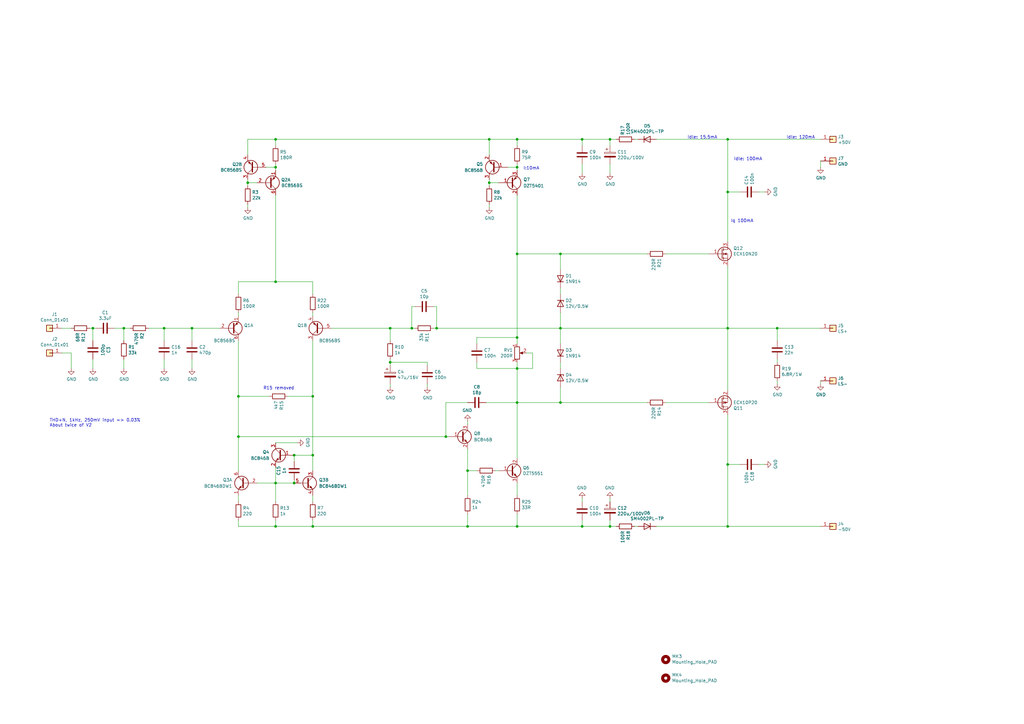
<source format=kicad_sch>
(kicad_sch (version 20211123) (generator eeschema)
  (paper "A3")
  (title_block (title "Lateral MOS FET 80W") (date "2022-02-02") (rev "V4a"))
  (lib_symbols
    (symbol "Connector_Generic:Conn_01x01" (pin_names (offset 1.016) hide)
      (property "Reference" "J" (at 0 2.54 0))
      (property "Value" "Conn_01x01" (at 0 -2.54 0))
      (symbol "Conn_01x01_1_1"
        (rectangle (start -1.27 0.127) (end 0 -0.127) (stroke (width 0.1524)))
        (rectangle (start -1.27 1.27) (end 1.27 -1.27) (stroke (width 0.254)) (fill (type background)))
        (pin passive line (at -5.08 0 0) (length 3.81) (name "Pin_1") (number "1"))
      )
    )
    (symbol "Device:C" (pin_numbers hide) (pin_names (offset 0.254))
      (property "Reference" "C" (at 0.635 2.54 0))
      (property "Value" "C" (at 0.635 -2.54 0))
      (symbol "C_0_1"
        (polyline (pts (xy -2.032 -0.762) (xy 2.032 -0.762)) (stroke (width 0.508)))
        (polyline (pts (xy -2.032 0.762) (xy 2.032 0.762)) (stroke (width 0.508)))
      )
      (symbol "C_1_1"
        (pin passive line (at 0 3.81 270) (length 2.794) (name "~") (number "1"))
        (pin passive line (at 0 -3.81 90) (length 2.794) (name "~") (number "2"))
      )
    )
    (symbol "Device:CP" (pin_numbers hide) (pin_names (offset 0.254))
      (property "Reference" "C" (at 0.635 2.54 0))
      (property "Value" "Device_CP" (at 0.635 -2.54 0))
      (symbol "CP_0_1"
        (rectangle (start -2.286 0.508) (end 2.286 1.016))
        (polyline (pts (xy -1.778 2.286) (xy -0.762 2.286)))
        (polyline (pts (xy -1.27 2.794) (xy -1.27 1.778)))
        (rectangle (start 2.286 -0.508) (end -2.286 -1.016) (fill (type outline)))
      )
      (symbol "CP_1_1"
        (pin passive line (at 0 3.81 270) (length 2.794) (name "~") (number "1"))
        (pin passive line (at 0 -3.81 90) (length 2.794) (name "~") (number "2"))
      )
    )
    (symbol "Device:R" (pin_numbers hide) (pin_names (offset 0))
      (property "Reference" "R" (at 2.032 0 90))
      (property "Value" "R" (at 0 0 90))
      (symbol "R_0_1"
        (rectangle (start -1.016 -2.54) (end 1.016 2.54) (stroke (width 0.254)))
      )
      (symbol "R_1_1"
        (pin passive line (at 0 3.81 270) (length 1.27) (name "~") (number "1"))
        (pin passive line (at 0 -3.81 90) (length 1.27) (name "~") (number "2"))
      )
    )
    (symbol "Device:R_POT" (pin_names (offset 1.016) hide)
      (property "Reference" "RV" (at -4.445 0 90))
      (property "Value" "Device_R_POT" (at -2.54 0 90))
      (symbol "R_POT_0_1"
        (polyline (pts (xy 2.54 0) (xy 1.524 0)))
        (polyline (pts (xy 1.143 0) (xy 2.286 0.508) (xy 2.286 -0.508) (xy 1.143 0)) (fill (type outline)))
        (rectangle (start 1.016 2.54) (end -1.016 -2.54) (stroke (width 0.254)))
      )
      (symbol "R_POT_1_1"
        (pin passive line (at 0 3.81 270) (length 1.27) (name "1") (number "1"))
        (pin passive line (at 3.81 0 180) (length 1.27) (name "2") (number "2"))
        (pin passive line (at 0 -3.81 90) (length 1.27) (name "3") (number "3"))
      )
    )
    (symbol "Diode:1N4002" (pin_numbers hide) (pin_names (offset 1.016) hide)
      (property "Reference" "D" (at 0 2.54 0))
      (property "Value" "1N4002" (at 0 -2.54 0))
      (symbol "1N4002_0_1"
        (polyline (pts (xy -1.27 1.27) (xy -1.27 -1.27)) (stroke (width 0.254)))
        (polyline (pts (xy 1.27 0) (xy -1.27 0)))
        (polyline (pts (xy 1.27 1.27) (xy 1.27 -1.27) (xy -1.27 0) (xy 1.27 1.27)) (stroke (width 0.254)))
      )
      (symbol "1N4002_1_1"
        (pin passive line (at -3.81 0 0) (length 2.54) (name "K") (number "1"))
        (pin passive line (at 3.81 0 180) (length 2.54) (name "A") (number "2"))
      )
    )
    (symbol "Diode:1N4148" (pin_numbers hide) (pin_names (offset 1.016) hide)
      (property "Reference" "D" (at 0 2.54 0))
      (property "Value" "1N4148" (at 0 -2.54 0))
      (symbol "1N4148_0_1"
        (polyline (pts (xy -1.27 1.27) (xy -1.27 -1.27)) (stroke (width 0.254)))
        (polyline (pts (xy 1.27 0) (xy -1.27 0)))
        (polyline (pts (xy 1.27 1.27) (xy 1.27 -1.27) (xy -1.27 0) (xy 1.27 1.27)) (stroke (width 0.254)))
      )
      (symbol "1N4148_1_1"
        (pin passive line (at -3.81 0 0) (length 2.54) (name "K") (number "1"))
        (pin passive line (at 3.81 0 180) (length 2.54) (name "A") (number "2"))
      )
    )
    (symbol "Diode:ZPDxx" (pin_numbers hide) (pin_names (offset 1.016) hide)
      (property "Reference" "D" (at 0 2.54 0))
      (property "Value" "ZPDxx" (at 0 -2.54 0))
      (symbol "ZPDxx_0_1"
        (polyline (pts (xy 1.27 0) (xy -1.27 0)))
        (polyline (pts (xy -1.27 -1.27) (xy -1.27 1.27) (xy -0.762 1.27)) (stroke (width 0.254)))
        (polyline (pts (xy 1.27 -1.27) (xy 1.27 1.27) (xy -1.27 0) (xy 1.27 -1.27)) (stroke (width 0.254)))
      )
      (symbol "ZPDxx_1_1"
        (pin passive line (at -3.81 0 0) (length 2.54) (name "K") (number "1"))
        (pin passive line (at 3.81 0 180) (length 2.54) (name "A") (number "2"))
      )
    )
    (symbol "Mechanical:MountingHole" (pin_names (offset 1.016))
      (property "Reference" "H" (at 0 5.08 0))
      (property "Value" "MountingHole" (at 0 3.175 0))
      (symbol "MountingHole_0_1"
        (circle (center 0 0) (radius 1.27) (stroke (width 1.27)))
      )
    )
    (symbol "Transistor_BJT:BC846" (pin_names (offset 0) hide)
      (property "Reference" "Q" (at 5.08 1.905 0))
      (property "Value" "BC846" (at 5.08 0 0))
      (symbol "BC846_0_1"
        (polyline (pts (xy 0.635 0.635) (xy 2.54 2.54)))
        (polyline (pts (xy 0.635 -0.635) (xy 2.54 -2.54) (xy 2.54 -2.54)))
        (polyline (pts (xy 0.635 1.905) (xy 0.635 -1.905) (xy 0.635 -1.905)) (stroke (width 0.508)))
        (polyline (pts (xy 1.27 -1.778) (xy 1.778 -1.27) (xy 2.286 -2.286) (xy 1.27 -1.778) (xy 1.27 -1.778)) (fill (type outline)))
        (circle (center 1.27 0) (radius 2.8194) (stroke (width 0.254)))
      )
      (symbol "BC846_1_1"
        (pin input line (at -5.08 0 0) (length 5.715) (name "B") (number "1"))
        (pin passive line (at 2.54 -5.08 90) (length 2.54) (name "E") (number "2"))
        (pin passive line (at 2.54 5.08 270) (length 2.54) (name "C") (number "3"))
      )
    )
    (symbol "Transistor_BJT:BC846BDW1" (pin_names (offset 0) hide)
      (property "Reference" "Q" (at 5.08 1.27 0))
      (property "Value" "BC846BDW1" (at 5.08 -1.27 0))
      (symbol "BC846BDW1_0_1"
        (polyline (pts (xy 0.635 0) (xy -2.54 0)))
        (polyline (pts (xy 0.635 0.635) (xy 2.54 2.54)))
        (polyline (pts (xy 0.635 -0.635) (xy 2.54 -2.54) (xy 2.54 -2.54)))
        (polyline (pts (xy 0.635 1.905) (xy 0.635 -1.905) (xy 0.635 -1.905)) (stroke (width 0.508)))
        (polyline (pts (xy 1.27 -1.778) (xy 1.778 -1.27) (xy 2.286 -2.286) (xy 1.27 -1.778) (xy 1.27 -1.778)) (fill (type outline)))
        (circle (center 1.27 0) (radius 2.8194) (stroke (width 0.254)))
      )
      (symbol "BC846BDW1_1_1"
        (pin passive line (at 2.54 -5.08 90) (length 2.54) (name "E1") (number "1"))
        (pin input line (at -5.08 0 0) (length 2.54) (name "B1") (number "2"))
        (pin passive line (at 2.54 5.08 270) (length 2.54) (name "C1") (number "6"))
      )
      (symbol "BC846BDW1_2_1"
        (pin passive line (at 2.54 5.08 270) (length 2.54) (name "C2") (number "3"))
        (pin passive line (at 2.54 -5.08 90) (length 2.54) (name "E2") (number "4"))
        (pin input line (at -5.08 0 0) (length 2.54) (name "B2") (number "5"))
      )
    )
    (symbol "Transistor_BJT:BC856" (pin_names (offset 0) hide)
      (property "Reference" "Q" (at 5.08 1.905 0))
      (property "Value" "BC856" (at 5.08 0 0))
      (symbol "BC856_0_1"
        (polyline (pts (xy 0.635 0.635) (xy 2.54 2.54)))
        (polyline (pts (xy 0.635 -0.635) (xy 2.54 -2.54) (xy 2.54 -2.54)))
        (polyline (pts (xy 0.635 1.905) (xy 0.635 -1.905) (xy 0.635 -1.905)) (stroke (width 0.508)))
        (polyline (pts (xy 2.286 -1.778) (xy 1.778 -2.286) (xy 1.27 -1.27) (xy 2.286 -1.778) (xy 2.286 -1.778)) (fill (type outline)))
        (circle (center 1.27 0) (radius 2.8194) (stroke (width 0.254)))
      )
      (symbol "BC856_1_1"
        (pin input line (at -5.08 0 0) (length 5.715) (name "B") (number "1"))
        (pin passive line (at 2.54 -5.08 90) (length 2.54) (name "E") (number "2"))
        (pin passive line (at 2.54 5.08 270) (length 2.54) (name "C") (number "3"))
      )
    )
    (symbol "Transistor_BJT:BC856BS" (pin_names (offset 0) hide)
      (property "Reference" "Q" (at 5.08 1.27 0))
      (property "Value" "BC856BS" (at 5.08 -1.27 0))
      (symbol "BC856BS_0_1"
        (polyline (pts (xy 0.635 0) (xy -2.54 0)))
        (polyline (pts (xy 0.635 0.635) (xy 2.54 2.54)))
        (polyline (pts (xy 0.635 -0.635) (xy 2.54 -2.54) (xy 2.54 -2.54)))
        (polyline (pts (xy 0.635 1.905) (xy 0.635 -1.905) (xy 0.635 -1.905)) (stroke (width 0.508)))
        (polyline (pts (xy 2.286 -1.778) (xy 1.778 -2.286) (xy 1.27 -1.27) (xy 2.286 -1.778) (xy 2.286 -1.778)) (fill (type outline)))
        (circle (center 1.27 0) (radius 2.8194) (stroke (width 0.254)))
      )
      (symbol "BC856BS_1_1"
        (pin passive line (at 2.54 -5.08 90) (length 2.54) (name "E1") (number "1"))
        (pin input line (at -5.08 0 0) (length 2.54) (name "B1") (number "2"))
        (pin passive line (at 2.54 5.08 270) (length 2.54) (name "C1") (number "6"))
      )
      (symbol "BC856BS_2_1"
        (pin passive line (at 2.54 5.08 270) (length 2.54) (name "C2") (number "3"))
        (pin passive line (at 2.54 -5.08 90) (length 2.54) (name "E2") (number "4"))
        (pin input line (at -5.08 0 0) (length 2.54) (name "B2") (number "5"))
      )
    )
    (symbol "kicad-snk:DZT5401" (pin_names (offset 0) hide)
      (property "Reference" "Q" (at 5.08 1.905 0))
      (property "Value" "DZT5401" (at 5.08 0 0))
      (symbol "DZT5401_0_1"
        (polyline (pts (xy 0.635 0.635) (xy 2.54 2.54)))
        (polyline (pts (xy 0.635 -0.635) (xy 2.54 -2.54) (xy 2.54 -2.54)))
        (polyline (pts (xy 0.635 1.905) (xy 0.635 -1.905) (xy 0.635 -1.905)) (stroke (width 0.508)))
        (polyline (pts (xy 2.286 -1.778) (xy 1.778 -2.286) (xy 1.27 -1.27) (xy 2.286 -1.778) (xy 2.286 -1.778)) (fill (type outline)))
        (circle (center 1.27 0) (radius 2.8194) (stroke (width 0.254)))
      )
      (symbol "DZT5401_1_1"
        (pin input line (at -5.08 0 0) (length 5.715) (name "B") (number "1"))
        (pin passive line (at 2.54 5.08 270) (length 2.54) (name "C") (number "2"))
        (pin passive line (at 2.54 -5.08 90) (length 2.54) (name "E") (number "3"))
      )
    )
    (symbol "kicad-snk:DZT5551" (pin_names (offset 0) hide)
      (property "Reference" "Q" (at 5.08 1.905 0))
      (property "Value" "kicad-snk_DZT5551" (at 5.08 0 0))
      (symbol "DZT5551_0_1"
        (polyline (pts (xy 0.635 0.635) (xy 2.54 2.54)))
        (polyline (pts (xy 0.635 -0.635) (xy 2.54 -2.54) (xy 2.54 -2.54)))
        (polyline (pts (xy 0.635 1.905) (xy 0.635 -1.905) (xy 0.635 -1.905)) (stroke (width 0.508)))
        (polyline (pts (xy 1.27 -1.778) (xy 1.778 -1.27) (xy 2.286 -2.286) (xy 1.27 -1.778) (xy 1.27 -1.778)) (fill (type outline)))
        (circle (center 1.27 0) (radius 2.8194) (stroke (width 0.254)))
      )
      (symbol "DZT5551_1_1"
        (pin input line (at -5.08 0 0) (length 5.715) (name "B") (number "1"))
        (pin passive line (at 2.54 5.08 270) (length 2.54) (name "C") (number "2"))
        (pin passive line (at 2.54 -5.08 90) (length 2.54) (name "E") (number "3"))
      )
    )
    (symbol "kicad-snk:Q_NMOS_GSD" (pin_names (offset 0) hide)
      (property "Reference" "Q" (at 7.62 1.27 0))
      (property "Value" "kicad-snk_Q_NMOS_GSD" (at 16.51 -1.27 0))
      (symbol "Q_NMOS_GSD_0_1"
        (polyline (pts (xy 0.762 -1.778) (xy 2.54 -1.778)))
        (polyline (pts (xy 0.762 -1.27) (xy 0.762 -2.286)) (stroke (width 0.254)))
        (polyline (pts (xy 0.762 0) (xy 2.54 0)))
        (polyline (pts (xy 0.762 0.508) (xy 0.762 -0.508)) (stroke (width 0.254)))
        (polyline (pts (xy 0.762 1.778) (xy 2.54 1.778)))
        (polyline (pts (xy 0.762 2.286) (xy 0.762 1.27)) (stroke (width 0.254)))
        (polyline (pts (xy 2.54 -1.778) (xy 2.54 -2.54)))
        (polyline (pts (xy 2.54 -1.778) (xy 2.54 0)))
        (polyline (pts (xy 2.54 2.54) (xy 2.54 1.778)))
        (polyline (pts (xy 0.254 1.905) (xy 0.254 -1.905) (xy 0.254 -1.905)) (stroke (width 0.254)))
        (polyline (pts (xy 1.016 0) (xy 2.032 0.381) (xy 2.032 -0.381) (xy 1.016 0)) (fill (type outline)))
        (circle (center 1.27 0) (radius 2.8194) (stroke (width 0.254)))
      )
      (symbol "Q_NMOS_GSD_1_1"
        (pin input line (at -5.08 0 0) (length 5.334) (name "G") (number "1"))
        (pin passive line (at 2.54 -5.08 90) (length 2.54) (name "S") (number "2"))
        (pin passive line (at 2.54 5.08 270) (length 2.54) (name "D") (number "3"))
      )
    )
    (symbol "kicad-snk:Q_PMOS_GSD" (pin_names (offset 0) hide)
      (property "Reference" "Q" (at 7.62 1.27 0))
      (property "Value" "kicad-snk_Q_PMOS_GSD" (at 16.51 -1.27 0))
      (symbol "Q_PMOS_GSD_0_1"
        (polyline (pts (xy 0.762 -1.778) (xy 2.54 -1.778)))
        (polyline (pts (xy 0.762 -1.27) (xy 0.762 -2.286)) (stroke (width 0.254)))
        (polyline (pts (xy 0.762 0) (xy 2.54 0)))
        (polyline (pts (xy 0.762 0.508) (xy 0.762 -0.508)) (stroke (width 0.254)))
        (polyline (pts (xy 0.762 1.778) (xy 2.54 1.778)))
        (polyline (pts (xy 0.762 2.286) (xy 0.762 1.27)) (stroke (width 0.254)))
        (polyline (pts (xy 2.54 -1.778) (xy 2.54 -2.54)))
        (polyline (pts (xy 2.54 -1.778) (xy 2.54 0)))
        (polyline (pts (xy 2.54 2.54) (xy 2.54 1.778)))
        (polyline (pts (xy 0.254 1.905) (xy 0.254 -1.905) (xy 0.254 -1.905)) (stroke (width 0.254)))
        (polyline (pts (xy 2.286 0) (xy 1.27 -0.381) (xy 1.27 0.381) (xy 2.286 0)) (fill (type outline)))
        (circle (center 1.27 0) (radius 2.8194) (stroke (width 0.254)))
      )
      (symbol "Q_PMOS_GSD_1_1"
        (pin input line (at -5.08 0 0) (length 5.334) (name "G") (number "1"))
        (pin passive line (at 2.54 -5.08 90) (length 2.54) (name "D") (number "2"))
        (pin passive line (at 2.54 5.08 270) (length 2.54) (name "S") (number "3"))
      )
    )
    (symbol "power:GND" (power) (pin_names (offset 0))
      (property "Value" "GND" (at 0 -3.81 0))
      (symbol "GND_0_1"
        (polyline (pts (xy 0 0) (xy 0 -1.27) (xy 1.27 -1.27) (xy 0 -2.54) (xy -1.27 -1.27) (xy 0 -1.27)))
      )
      (symbol "GND_1_1"
        (pin power_in line (at 0 0 270) (length 0) hide (name "GND") (number "1"))
      )
    )
  )
  (junction (at 229.87 165.1))
  (junction (at 191.77 215.9))
  (junction (at 212.09 68.58))
  (junction (at 229.87 104.14))
  (junction (at 212.09 165.1))
  (junction (at 229.87 134.62))
  (junction (at 78.74 134.62))
  (junction (at 191.77 193.04))
  (junction (at 67.31 134.62))
  (junction (at 318.77 134.62))
  (junction (at 97.79 179.07))
  (junction (at 200.66 74.93))
  (junction (at 113.03 215.9))
  (junction (at 212.09 215.9))
  (junction (at 113.03 115.57))
  (junction (at 200.66 57.15))
  (junction (at 38.1 134.62))
  (junction (at 50.8 134.62))
  (junction (at 212.09 138.43))
  (junction (at 113.03 57.15))
  (junction (at 212.09 151.13))
  (junction (at 128.27 186.69))
  (junction (at 238.76 57.15))
  (junction (at 238.76 215.9))
  (junction (at 298.45 190.5))
  (junction (at 250.19 57.15))
  (junction (at 160.02 134.62))
  (junction (at 97.79 162.56))
  (junction (at 113.03 198.12))
  (junction (at 298.45 57.15))
  (junction (at 128.27 215.9))
  (junction (at 179.07 134.62))
  (junction (at 120.65 198.12))
  (junction (at 168.91 134.62))
  (junction (at 298.45 134.62))
  (junction (at 113.03 68.58))
  (junction (at 212.09 57.15))
  (junction (at 182.88 179.07))
  (junction (at 212.09 104.14))
  (junction (at 101.6 74.93))
  (junction (at 128.27 162.56))
  (junction (at 298.45 215.9))
  (junction (at 160.02 148.59))
  (junction (at 250.19 215.9))
  (junction (at 298.45 78.74))
  (junction (at 120.65 186.69))
  (wire (pts (xy 212.09 68.58) (xy 212.09 69.85)))
  (wire (pts (xy 29.21 144.78) (xy 25.4 144.78)))
  (wire (pts (xy 200.66 73.66) (xy 200.66 74.93)))
  (wire (pts (xy 128.27 115.57) (xy 113.03 115.57)))
  (wire (pts (xy 218.44 151.13) (xy 218.44 144.78)))
  (wire (pts (xy 120.65 186.69) (xy 128.27 186.69)))
  (wire (pts (xy 269.24 215.9) (xy 298.45 215.9)))
  (wire (pts (xy 168.91 125.73) (xy 168.91 134.62)))
  (wire (pts (xy 175.26 148.59) (xy 160.02 148.59)))
  (wire (pts (xy 105.41 198.12) (xy 113.03 198.12)))
  (wire (pts (xy 298.45 215.9) (xy 298.45 190.5)))
  (wire (pts (xy 212.09 165.1) (xy 229.87 165.1)))
  (wire (pts (xy 113.03 57.15) (xy 200.66 57.15)))
  (wire (pts (xy 170.18 125.73) (xy 168.91 125.73)))
  (wire (pts (xy 200.66 57.15) (xy 200.66 63.5)))
  (wire (pts (xy 175.26 149.86) (xy 175.26 148.59)))
  (wire (pts (xy 38.1 134.62) (xy 39.37 134.62)))
  (wire (pts (xy 212.09 57.15) (xy 238.76 57.15)))
  (wire (pts (xy 229.87 110.49) (xy 229.87 104.14)))
  (wire (pts (xy 113.03 198.12) (xy 120.65 198.12)))
  (wire (pts (xy 128.27 186.69) (xy 128.27 193.04)))
  (wire (pts (xy 191.77 184.15) (xy 191.77 193.04)))
  (wire (pts (xy 238.76 57.15) (xy 238.76 59.69)))
  (wire (pts (xy 113.03 115.57) (xy 97.79 115.57)))
  (wire (pts (xy 200.66 57.15) (xy 212.09 57.15)))
  (wire (pts (xy 25.4 134.62) (xy 29.21 134.62)))
  (wire (pts (xy 109.22 68.58) (xy 113.03 68.58)))
  (wire (pts (xy 229.87 128.27) (xy 229.87 134.62)))
  (wire (pts (xy 238.76 67.31) (xy 238.76 71.12)))
  (wire (pts (xy 303.53 78.74) (xy 298.45 78.74)))
  (wire (pts (xy 38.1 147.32) (xy 38.1 151.13)))
  (wire (pts (xy 303.53 190.5) (xy 298.45 190.5)))
  (wire (pts (xy 212.09 215.9) (xy 238.76 215.9)))
  (wire (pts (xy 101.6 74.93) (xy 105.41 74.93)))
  (wire (pts (xy 36.83 134.62) (xy 38.1 134.62)))
  (wire (pts (xy 191.77 172.72) (xy 191.77 173.99)))
  (wire (pts (xy 250.19 57.15) (xy 250.19 59.69)))
  (wire (pts (xy 298.45 99.06) (xy 298.45 78.74)))
  (wire (pts (xy 113.03 181.61) (xy 121.92 181.61)))
  (wire (pts (xy 200.66 74.93) (xy 200.66 76.2)))
  (wire (pts (xy 160.02 148.59) (xy 160.02 147.32)))
  (wire (pts (xy 212.09 151.13) (xy 218.44 151.13)))
  (wire (pts (xy 200.66 74.93) (xy 204.47 74.93)))
  (wire (pts (xy 78.74 134.62) (xy 90.17 134.62)))
  (wire (pts (xy 38.1 134.62) (xy 38.1 139.7)))
  (wire (pts (xy 182.88 179.07) (xy 184.15 179.07)))
  (wire (pts (xy 298.45 109.22) (xy 298.45 134.62)))
  (wire (pts (xy 97.79 139.7) (xy 97.79 162.56)))
  (wire (pts (xy 212.09 138.43) (xy 212.09 140.97)))
  (wire (pts (xy 261.62 57.15) (xy 260.35 57.15)))
  (wire (pts (xy 78.74 139.7) (xy 78.74 134.62)))
  (wire (pts (xy 191.77 215.9) (xy 212.09 215.9)))
  (wire (pts (xy 273.05 165.1) (xy 290.83 165.1)))
  (wire (pts (xy 128.27 215.9) (xy 191.77 215.9)))
  (wire (pts (xy 212.09 203.2) (xy 212.09 198.12)))
  (wire (pts (xy 212.09 151.13) (xy 212.09 165.1)))
  (wire (pts (xy 182.88 165.1) (xy 182.88 179.07)))
  (wire (pts (xy 229.87 158.75) (xy 229.87 165.1)))
  (wire (pts (xy 212.09 57.15) (xy 212.09 59.69)))
  (wire (pts (xy 212.09 165.1) (xy 212.09 187.96)))
  (wire (pts (xy 191.77 165.1) (xy 182.88 165.1)))
  (wire (pts (xy 128.27 139.7) (xy 128.27 162.56)))
  (wire (pts (xy 128.27 128.27) (xy 128.27 129.54)))
  (wire (pts (xy 113.03 213.36) (xy 113.03 215.9)))
  (wire (pts (xy 336.55 66.04) (xy 336.55 68.58)))
  (wire (pts (xy 67.31 134.62) (xy 67.31 139.7)))
  (wire (pts (xy 101.6 73.66) (xy 101.6 74.93)))
  (wire (pts (xy 113.03 57.15) (xy 101.6 57.15)))
  (wire (pts (xy 298.45 78.74) (xy 298.45 57.15)))
  (wire (pts (xy 101.6 57.15) (xy 101.6 63.5)))
  (wire (pts (xy 208.28 68.58) (xy 212.09 68.58)))
  (wire (pts (xy 200.66 83.82) (xy 200.66 85.09)))
  (wire (pts (xy 298.45 170.18) (xy 298.45 190.5)))
  (wire (pts (xy 229.87 104.14) (xy 265.43 104.14)))
  (wire (pts (xy 318.77 139.7) (xy 318.77 134.62)))
  (wire (pts (xy 78.74 151.13) (xy 78.74 147.32)))
  (wire (pts (xy 50.8 151.13) (xy 50.8 147.32)))
  (wire (pts (xy 128.27 203.2) (xy 128.27 205.74)))
  (wire (pts (xy 318.77 157.48) (xy 318.77 156.21)))
  (wire (pts (xy 97.79 128.27) (xy 97.79 129.54)))
  (wire (pts (xy 212.09 215.9) (xy 212.09 210.82)))
  (wire (pts (xy 195.58 140.97) (xy 195.58 138.43)))
  (wire (pts (xy 97.79 162.56) (xy 110.49 162.56)))
  (wire (pts (xy 67.31 134.62) (xy 78.74 134.62)))
  (wire (pts (xy 273.05 104.14) (xy 290.83 104.14)))
  (wire (pts (xy 313.69 78.74) (xy 311.15 78.74)))
  (wire (pts (xy 113.03 191.77) (xy 113.03 198.12)))
  (wire (pts (xy 97.79 213.36) (xy 97.79 215.9)))
  (wire (pts (xy 250.19 215.9) (xy 238.76 215.9)))
  (wire (pts (xy 179.07 134.62) (xy 179.07 125.73)))
  (wire (pts (xy 269.24 57.15) (xy 298.45 57.15)))
  (wire (pts (xy 250.19 213.36) (xy 250.19 215.9)))
  (wire (pts (xy 113.03 57.15) (xy 113.03 59.69)))
  (wire (pts (xy 160.02 134.62) (xy 160.02 139.7)))
  (wire (pts (xy 318.77 148.59) (xy 318.77 147.32)))
  (wire (pts (xy 212.09 148.59) (xy 212.09 151.13)))
  (wire (pts (xy 101.6 83.82) (xy 101.6 85.09)))
  (wire (pts (xy 160.02 149.86) (xy 160.02 148.59)))
  (wire (pts (xy 175.26 158.75) (xy 175.26 157.48)))
  (wire (pts (xy 298.45 57.15) (xy 336.55 57.15)))
  (wire (pts (xy 50.8 139.7) (xy 50.8 134.62)))
  (wire (pts (xy 128.27 115.57) (xy 128.27 120.65)))
  (wire (pts (xy 336.55 134.62) (xy 318.77 134.62)))
  (wire (pts (xy 203.2 193.04) (xy 204.47 193.04)))
  (wire (pts (xy 252.73 57.15) (xy 250.19 57.15)))
  (wire (pts (xy 191.77 193.04) (xy 195.58 193.04)))
  (wire (pts (xy 195.58 148.59) (xy 195.58 151.13)))
  (wire (pts (xy 199.39 165.1) (xy 212.09 165.1)))
  (wire (pts (xy 179.07 134.62) (xy 229.87 134.62)))
  (wire (pts (xy 128.27 213.36) (xy 128.27 215.9)))
  (wire (pts (xy 250.19 67.31) (xy 250.19 71.12)))
  (wire (pts (xy 97.79 115.57) (xy 97.79 120.65)))
  (wire (pts (xy 318.77 134.62) (xy 298.45 134.62)))
  (wire (pts (xy 46.99 134.62) (xy 50.8 134.62)))
  (wire (pts (xy 113.03 215.9) (xy 128.27 215.9)))
  (wire (pts (xy 229.87 151.13) (xy 229.87 148.59)))
  (wire (pts (xy 212.09 67.31) (xy 212.09 68.58)))
  (wire (pts (xy 67.31 147.32) (xy 67.31 151.13)))
  (wire (pts (xy 97.79 203.2) (xy 97.79 205.74)))
  (wire (pts (xy 113.03 198.12) (xy 113.03 205.74)))
  (wire (pts (xy 238.76 205.74) (xy 238.76 204.47)))
  (wire (pts (xy 191.77 210.82) (xy 191.77 215.9)))
  (wire (pts (xy 120.65 196.85) (xy 120.65 198.12)))
  (wire (pts (xy 160.02 158.75) (xy 160.02 157.48)))
  (wire (pts (xy 60.96 134.62) (xy 67.31 134.62)))
  (wire (pts (xy 313.69 190.5) (xy 311.15 190.5)))
  (wire (pts (xy 195.58 151.13) (xy 212.09 151.13)))
  (wire (pts (xy 113.03 67.31) (xy 113.03 68.58)))
  (wire (pts (xy 113.03 80.01) (xy 113.03 115.57)))
  (wire (pts (xy 118.11 162.56) (xy 128.27 162.56)))
  (wire (pts (xy 215.9 144.78) (xy 218.44 144.78)))
  (wire (pts (xy 212.09 80.01) (xy 212.09 104.14)))
  (wire (pts (xy 212.09 138.43) (xy 212.09 104.14)))
  (wire (pts (xy 128.27 162.56) (xy 128.27 186.69)))
  (wire (pts (xy 229.87 165.1) (xy 265.43 165.1)))
  (wire (pts (xy 261.62 215.9) (xy 260.35 215.9)))
  (wire (pts (xy 298.45 215.9) (xy 336.55 215.9)))
  (wire (pts (xy 97.79 215.9) (xy 113.03 215.9)))
  (wire (pts (xy 250.19 204.47) (xy 250.19 205.74)))
  (wire (pts (xy 97.79 179.07) (xy 97.79 193.04)))
  (wire (pts (xy 212.09 104.14) (xy 229.87 104.14)))
  (wire (pts (xy 120.65 186.69) (xy 120.65 189.23)))
  (wire (pts (xy 229.87 140.97) (xy 229.87 134.62)))
  (wire (pts (xy 53.34 134.62) (xy 50.8 134.62)))
  (wire (pts (xy 29.21 151.13) (xy 29.21 144.78)))
  (wire (pts (xy 168.91 134.62) (xy 160.02 134.62)))
  (wire (pts (xy 177.8 134.62) (xy 179.07 134.62)))
  (wire (pts (xy 97.79 162.56) (xy 97.79 179.07)))
  (wire (pts (xy 170.18 134.62) (xy 168.91 134.62)))
  (wire (pts (xy 179.07 125.73) (xy 177.8 125.73)))
  (wire (pts (xy 135.89 134.62) (xy 160.02 134.62)))
  (wire (pts (xy 101.6 74.93) (xy 101.6 76.2)))
  (wire (pts (xy 195.58 138.43) (xy 212.09 138.43)))
  (wire (pts (xy 113.03 68.58) (xy 113.03 69.85)))
  (wire (pts (xy 238.76 213.36) (xy 238.76 215.9)))
  (wire (pts (xy 229.87 134.62) (xy 298.45 134.62)))
  (wire (pts (xy 191.77 193.04) (xy 191.77 203.2)))
  (wire (pts (xy 229.87 120.65) (xy 229.87 118.11)))
  (wire (pts (xy 250.19 57.15) (xy 238.76 57.15)))
  (wire (pts (xy 252.73 215.9) (xy 250.19 215.9)))
  (wire (pts (xy 298.45 134.62) (xy 298.45 160.02)))
  (wire (pts (xy 336.55 157.48) (xy 336.55 156.21)))
  (wire (pts (xy 97.79 179.07) (xy 182.88 179.07)))
  (text "THD+N, 1kHz, 250mV input => 0.03%\nAbout twice of V2" (at 20.32 175.26 0) (effects (font (size 1.27 1.27)) (justify left bottom)))
  (text "Idle: 100mA" (at 300.99 66.04 0) (effects (font (size 1.27 1.27)) (justify left bottom)))
  (text "Iq 100mA" (at 299.72 91.44 0) (effects (font (size 1.27 1.27)) (justify left bottom)))
  (text "Idle: 15.5mA" (at 281.94 57.15 0) (effects (font (size 1.27 1.27)) (justify left bottom)))
  (text "Idle: 120mA" (at 322.58 57.15 0) (effects (font (size 1.27 1.27)) (justify left bottom)))
  (text "R15 removed" (at 107.95 160.02 0) (effects (font (size 1.27 1.27)) (justify left bottom)))
  (text "I:10mA" (at 214.63 69.85 0) (effects (font (size 1.27 1.27)) (justify left bottom)))
  (symbol (lib_id "Device:R") (at 57.15 134.62 270) (unit 1)
    (property "Reference" "R2" (at 58.3184 136.398 0) (effects (justify left)))
    (property "Value" "470R" (at 56.007 136.398 0) (effects (justify left)))
    (property "Footprint" "Resistor_SMD:R_0805_2012Metric_Pad1.20x1.40mm_HandSolder" (effects hide))
  )
  (symbol (lib_id "Device:C") (at 78.74 143.51 0) (unit 1)
    (property "Reference" "C2" (at 81.661 142.3416 0) (effects (justify left)))
    (property "Value" "470p" (at 81.661 144.653 0) (effects (justify left)))
    (property "Footprint" "Capacitor_SMD:C_0805_2012Metric_Pad1.18x1.45mm_HandSolder" (effects hide))
  )
  (symbol (lib_id "Device:C") (at 43.18 134.62 270) (unit 1)
    (property "Reference" "C1" (at 43.18 128.2192 90))
    (property "Value" "3.3uF" (at 43.18 130.5306 90))
    (property "Footprint" "Capacitor_THT:C_Rect_L7.2mm_W7.2mm_P5.00mm_FKS2_FKP2_MKS2_MKP2" (effects hide))
  )
  (symbol (lib_id "power:GND") (at 50.8 151.13 0) (unit 1)
    (property "Reference" "#PWR0101" (effects hide))
    (property "Value" "GND" (at 50.927 155.5242 0))
  )
  (symbol (lib_id "Device:R") (at 50.8 143.51 0) (unit 1)
    (property "Reference" "R1" (at 52.578 142.3416 0) (effects (justify left)))
    (property "Value" "33k" (at 52.578 144.653 0) (effects (justify left)))
    (property "Footprint" "Resistor_SMD:R_0805_2012Metric_Pad1.20x1.40mm_HandSolder" (effects hide))
  )
  (symbol (lib_id "power:GND") (at 29.21 151.13 0) (unit 1)
    (property "Reference" "#PWR0102" (effects hide))
    (property "Value" "GND" (at 29.337 155.5242 0))
  )
  (symbol (lib_id "Connector_Generic:Conn_01x01") (at 20.32 134.62 180) (unit 1)
    (property "Reference" "J1" (at 22.4028 128.905 0))
    (property "Value" "Conn_01x01" (at 22.4028 131.2164 0))
    (property "Footprint" "Connector_Pin:Pin_D1.0mm_L10.0mm" (effects hide))
  )
  (symbol (lib_id "Connector_Generic:Conn_01x01") (at 20.32 144.78 180) (unit 1)
    (property "Reference" "J2" (at 22.4028 139.065 0))
    (property "Value" "Conn_01x01" (at 22.4028 141.3764 0))
    (property "Footprint" "Connector_Pin:Pin_D1.0mm_L10.0mm" (effects hide))
  )
  (symbol (lib_id "Device:R") (at 97.79 124.46 0) (unit 1)
    (property "Reference" "R6" (at 99.568 123.2916 0) (effects (justify left)))
    (property "Value" "100R" (at 99.568 125.603 0) (effects (justify left)))
    (property "Footprint" "Resistor_SMD:R_0805_2012Metric_Pad1.20x1.40mm_HandSolder" (effects hide))
  )
  (symbol (lib_id "Device:R") (at 101.6 80.01 0) (unit 1)
    (property "Reference" "R3" (at 103.378 78.8416 0) (effects (justify left)))
    (property "Value" "22k" (at 103.378 81.153 0) (effects (justify left)))
    (property "Footprint" "Resistor_SMD:R_0805_2012Metric_Pad1.20x1.40mm_HandSolder" (effects hide))
  )
  (symbol (lib_id "power:GND") (at 101.6 85.09 0) (unit 1)
    (property "Reference" "#PWR0103" (effects hide))
    (property "Value" "GND" (at 101.727 89.4842 0))
  )
  (symbol (lib_id "Device:R") (at 113.03 63.5 0) (unit 1)
    (property "Reference" "R5" (at 114.808 62.3316 0) (effects (justify left)))
    (property "Value" "180R" (at 114.808 64.643 0) (effects (justify left)))
    (property "Footprint" "Resistor_SMD:R_0805_2012Metric_Pad1.20x1.40mm_HandSolder" (effects hide))
  )
  (symbol (lib_id "Device:CP") (at 160.02 153.67 0) (unit 1)
    (property "Reference" "C4" (at 163.0172 152.5016 0) (effects (justify left)))
    (property "Value" "47u/16V" (at 163.0172 154.813 0) (effects (justify left)))
    (property "Footprint" "Capacitor_THT:CP_Radial_D5.0mm_P2.00mm" (effects hide))
  )
  (symbol (lib_id "Device:C") (at 175.26 153.67 0) (unit 1)
    (property "Reference" "C6" (at 178.181 152.5016 0) (effects (justify left)))
    (property "Value" "100n" (at 178.181 154.813 0) (effects (justify left)))
    (property "Footprint" "Capacitor_THT:C_Rect_L7.2mm_W2.5mm_P5.00mm_FKS2_FKP2_MKS2_MKP2" (effects hide))
  )
  (symbol (lib_id "Device:R") (at 160.02 143.51 0) (unit 1)
    (property "Reference" "R10" (at 161.798 142.3416 0) (effects (justify left)))
    (property "Value" "1k" (at 161.798 144.653 0) (effects (justify left)))
    (property "Footprint" "Resistor_SMD:R_0805_2012Metric_Pad1.20x1.40mm_HandSolder" (effects hide))
  )
  (symbol (lib_id "Device:R") (at 128.27 209.55 0) (unit 1)
    (property "Reference" "R7" (at 130.048 208.3816 0) (effects (justify left)))
    (property "Value" "220" (at 130.048 210.693 0) (effects (justify left)))
    (property "Footprint" "Resistor_SMD:R_0805_2012Metric_Pad1.20x1.40mm_HandSolder" (effects hide))
  )
  (symbol (lib_id "Device:R") (at 97.79 209.55 0) (unit 1)
    (property "Reference" "R4" (at 99.568 208.3816 0) (effects (justify left)))
    (property "Value" "220" (at 99.568 210.693 0) (effects (justify left)))
    (property "Footprint" "Resistor_SMD:R_0805_2012Metric_Pad1.20x1.40mm_HandSolder" (effects hide))
  )
  (symbol (lib_id "power:GND") (at 78.74 151.13 0) (unit 1)
    (property "Reference" "#PWR0104" (effects hide))
    (property "Value" "GND" (at 78.867 155.5242 0))
  )
  (symbol (lib_id "Device:R") (at 173.99 134.62 270) (unit 1)
    (property "Reference" "R11" (at 175.1584 136.398 0) (effects (justify left)))
    (property "Value" "33k" (at 172.847 136.398 0) (effects (justify left)))
    (property "Footprint" "Resistor_SMD:R_0805_2012Metric_Pad1.20x1.40mm_HandSolder" (effects hide))
  )
  (symbol (lib_id "Device:C") (at 173.99 125.73 270) (unit 1)
    (property "Reference" "C5" (at 173.99 119.3292 90))
    (property "Value" "10p" (at 173.99 121.6406 90))
    (property "Footprint" "Capacitor_SMD:C_0805_2012Metric_Pad1.18x1.45mm_HandSolder" (effects hide))
  )
  (symbol (lib_id "Connector_Generic:Conn_01x01") (at 341.63 57.15 0) (unit 1)
    (property "Reference" "J3" (at 343.662 56.0832 0) (effects (justify left)))
    (property "Value" "+50V" (at 343.662 58.3946 0) (effects (justify left)))
    (property "Footprint" "Connector_Wire:SolderWire-1.5sqmm_1x01_D1.7mm_OD3.9mm" (effects hide))
  )
  (symbol (lib_id "Connector_Generic:Conn_01x01") (at 341.63 215.9 0) (unit 1)
    (property "Reference" "J4" (at 343.662 214.8332 0) (effects (justify left)))
    (property "Value" "-50V" (at 343.662 217.1446 0) (effects (justify left)))
    (property "Footprint" "Connector_Wire:SolderWire-1.5sqmm_1x01_D1.7mm_OD3.9mm" (effects hide))
  )
  (symbol (lib_id "power:GND") (at 318.77 157.48 0) (unit 1)
    (property "Reference" "#PWR0109" (effects hide))
    (property "Value" "GND" (at 318.897 161.8742 0))
  )
  (symbol (lib_id "Connector_Generic:Conn_01x01") (at 341.63 156.21 0) (unit 1)
    (property "Reference" "J6" (at 343.662 155.1432 0) (effects (justify left)))
    (property "Value" "LS-" (at 343.662 157.4546 0) (effects (justify left)))
    (property "Footprint" "Connector_Wire:SolderWire-1.5sqmm_1x01_D1.7mm_OD3.9mm" (effects hide))
  )
  (symbol (lib_id "Connector_Generic:Conn_01x01") (at 341.63 134.62 0) (unit 1)
    (property "Reference" "J5" (at 343.662 133.5532 0) (effects (justify left)))
    (property "Value" "LS+" (at 343.662 135.8646 0) (effects (justify left)))
    (property "Footprint" "Connector_Wire:SolderWire-1.5sqmm_1x01_D1.7mm_OD3.9mm" (effects hide))
  )
  (symbol (lib_id "power:GND") (at 336.55 157.48 0) (unit 1)
    (property "Reference" "#PWR0110" (effects hide))
    (property "Value" "GND" (at 336.677 161.8742 0))
  )
  (symbol (lib_id "Device:R_POT") (at 212.09 144.78 0) (unit 1)
    (property "Reference" "RV1" (at 210.3374 143.6116 0) (effects (justify right)))
    (property "Value" "200R" (at 210.3374 145.923 0) (effects (justify right)))
    (property "Footprint" "Potentiometer_THT:Potentiometer_Bourns_3296W_Vertical" (effects hide))
  )
  (symbol (lib_id "Device:C") (at 195.58 144.78 180) (unit 1)
    (property "Reference" "C7" (at 198.501 143.6116 0) (effects (justify right)))
    (property "Value" "100n" (at 198.501 145.923 0) (effects (justify right)))
    (property "Footprint" "Capacitor_THT:C_Rect_L7.2mm_W2.5mm_P5.00mm_FKS2_FKP2_MKS2_MKP2" (effects hide))
  )
  (symbol (lib_id "Diode:1N4148") (at 229.87 114.3 90) (unit 1)
    (property "Reference" "D1" (at 231.902 113.1316 90) (effects (justify right)))
    (property "Value" "1N914" (at 231.902 115.443 90) (effects (justify right)))
    (property "Footprint" "Diode_SMD:D_SOD-123" (effects hide))
    (property "Datasheet" "https://assets.nexperia.com/documents/data-sheet/1N4148_1N4448.pdf" (effects hide))
  )
  (symbol (lib_id "Diode:ZPDxx") (at 229.87 124.46 270) (unit 1)
    (property "Reference" "D2" (at 231.902 123.2916 90) (effects (justify left)))
    (property "Value" "12V/0.5W" (at 231.902 125.603 90) (effects (justify left)))
    (property "Footprint" "Diode_SMD:D_SOD-123" (effects hide))
    (property "Datasheet" "http://diotec.com/tl_files/diotec/files/pdf/datasheets/zpd1" (effects hide))
  )
  (symbol (lib_id "Diode:1N4148") (at 229.87 144.78 90) (unit 1)
    (property "Reference" "D3" (at 231.902 143.6116 90) (effects (justify right)))
    (property "Value" "1N914" (at 231.902 145.923 90) (effects (justify right)))
    (property "Footprint" "Diode_SMD:D_SOD-123" (effects hide))
    (property "Datasheet" "https://assets.nexperia.com/documents/data-sheet/1N4148_1N4448.pdf" (effects hide))
  )
  (symbol (lib_id "Diode:ZPDxx") (at 229.87 154.94 270) (unit 1)
    (property "Reference" "D4" (at 231.902 153.7716 90) (effects (justify left)))
    (property "Value" "12V/0.5W" (at 231.902 156.083 90) (effects (justify left)))
    (property "Footprint" "Diode_SMD:D_SOD-123" (effects hide))
    (property "Datasheet" "http://diotec.com/tl_files/diotec/files/pdf/datasheets/zpd1" (effects hide))
  )
  (symbol (lib_id "Device:R") (at 269.24 165.1 270) (unit 1)
    (property "Reference" "R14" (at 270.4084 166.878 0) (effects (justify left)))
    (property "Value" "220R" (at 268.097 166.878 0) (effects (justify left)))
    (property "Footprint" "Resistor_SMD:R_0805_2012Metric_Pad1.20x1.40mm_HandSolder" (effects hide))
  )
  (symbol (lib_id "kicad-snk:Q_PMOS_GSD") (at 295.91 165.1 0) (mirror x) (unit 1)
    (property "Reference" "Q11" (at 300.7614 167.4114 0) (effects (justify left)))
    (property "Value" "ECX10P20" (at 300.7614 165.1 0) (effects (justify left)))
    (property "Footprint" "Package_TO_SOT_THT:TO-247-3_Horizontal_TabUp" (effects hide))
  )
  (symbol (lib_id "Connector_Generic:Conn_01x01") (at 341.63 66.04 0) (unit 1)
    (property "Reference" "J7" (at 343.662 64.9732 0) (effects (justify left)))
    (property "Value" "GND" (at 343.662 67.2846 0) (effects (justify left)))
    (property "Footprint" "Connector_Wire:SolderWire-1.5sqmm_1x01_D1.7mm_OD3.9mm" (effects hide))
  )
  (symbol (lib_id "Device:R") (at 318.77 152.4 0) (unit 1)
    (property "Reference" "R19" (at 320.548 151.2316 0) (effects (justify left)))
    (property "Value" "6.8R/1W" (at 320.548 153.543 0) (effects (justify left)))
    (property "Footprint" "Resistor_SMD:R_MELF_MMB-0207" (effects hide))
  )
  (symbol (lib_id "power:GND") (at 336.55 68.58 0) (unit 1)
    (property "Reference" "#PWR0111" (effects hide))
    (property "Value" "GND" (at 336.677 72.9742 0))
  )
  (symbol (lib_id "Device:C") (at 318.77 143.51 0) (unit 1)
    (property "Reference" "C13" (at 321.691 142.3416 0) (effects (justify left)))
    (property "Value" "22n" (at 321.691 144.653 0) (effects (justify left)))
    (property "Footprint" "Capacitor_THT:C_Rect_L7.2mm_W2.5mm_P5.00mm_FKS2_FKP2_MKS2_MKP2" (effects hide))
  )
  (symbol (lib_id "Device:CP") (at 250.19 63.5 0) (unit 1)
    (property "Reference" "C11" (at 253.1872 62.3316 0) (effects (justify left)))
    (property "Value" "220u/100V" (at 253.1872 64.643 0) (effects (justify left)))
    (property "Footprint" "Capacitor_THT:CP_Radial_D12.5mm_P5.00mm" (effects hide))
  )
  (symbol (lib_id "Device:C") (at 238.76 63.5 0) (unit 1)
    (property "Reference" "C9" (at 241.681 62.3316 0) (effects (justify left)))
    (property "Value" "100n" (at 241.681 64.643 0) (effects (justify left)))
    (property "Footprint" "Capacitor_THT:C_Rect_L7.2mm_W2.5mm_P5.00mm_FKS2_FKP2_MKS2_MKP2" (effects hide))
  )
  (symbol (lib_id "Diode:1N4002") (at 265.43 57.15 0) (unit 1)
    (property "Reference" "D5" (at 265.43 51.6382 0))
    (property "Value" "SM4002PL-TP" (at 265.43 53.9496 0))
    (property "Footprint" "Diode_SMD:D_SOD-123F" (effects hide))
    (property "Datasheet" "http://www.vishay.com/docs/88503/1n4001.pdf" (effects hide))
  )
  (symbol (lib_id "Device:R") (at 256.54 57.15 90) (unit 1)
    (property "Reference" "R17" (at 255.3716 55.372 0) (effects (justify left)))
    (property "Value" "100R" (at 257.683 55.372 0) (effects (justify left)))
    (property "Footprint" "Resistor_SMD:R_0805_2012Metric_Pad1.20x1.40mm_HandSolder" (effects hide))
  )
  (symbol (lib_id "Device:CP") (at 250.19 209.55 0) (unit 1)
    (property "Reference" "C12" (at 253.1872 208.3816 0) (effects (justify left)))
    (property "Value" "220u/100V" (at 253.1872 210.693 0) (effects (justify left)))
    (property "Footprint" "Capacitor_THT:CP_Radial_D12.5mm_P5.00mm" (effects hide))
  )
  (symbol (lib_id "Device:C") (at 238.76 209.55 0) (unit 1)
    (property "Reference" "C10" (at 241.681 208.3816 0) (effects (justify left)))
    (property "Value" "100n" (at 241.681 210.693 0) (effects (justify left)))
    (property "Footprint" "Capacitor_THT:C_Rect_L7.2mm_W2.5mm_P5.00mm_FKS2_FKP2_MKS2_MKP2" (effects hide))
  )
  (symbol (lib_id "Mechanical:MountingHole") (at 273.05 270.51 0) (unit 1)
    (property "Reference" "MK3" (at 275.59 269.2146 0) (effects (justify left)))
    (property "Value" "Mounting_Hole_PAD" (at 275.59 271.526 0) (effects (justify left)))
    (property "Footprint" "MountingHole:MountingHole_3.2mm_M3_Pad_Via" (effects hide))
  )
  (symbol (lib_id "Mechanical:MountingHole") (at 273.05 278.13 0) (unit 1)
    (property "Reference" "MK4" (at 275.59 276.8346 0) (effects (justify left)))
    (property "Value" "Mounting_Hole_PAD" (at 275.59 279.146 0) (effects (justify left)))
    (property "Footprint" "MountingHole:MountingHole_3.2mm_M3_Pad_Via" (effects hide))
  )
  (symbol (lib_id "Device:R") (at 256.54 215.9 270) (unit 1)
    (property "Reference" "R18" (at 257.7084 217.678 0) (effects (justify left)))
    (property "Value" "100R" (at 255.397 217.678 0) (effects (justify left)))
    (property "Footprint" "Resistor_SMD:R_0805_2012Metric_Pad1.20x1.40mm_HandSolder" (effects hide))
  )
  (symbol (lib_id "Diode:1N4002") (at 265.43 215.9 180) (unit 1)
    (property "Reference" "D6" (at 265.43 210.3882 0))
    (property "Value" "SM4002PL-TP" (at 265.43 212.6996 0))
    (property "Footprint" "Diode_SMD:D_SOD-123F" (effects hide))
    (property "Datasheet" "http://www.vishay.com/docs/88503/1n4001.pdf" (effects hide))
  )
  (symbol (lib_id "power:GND") (at 238.76 71.12 0) (unit 1)
    (property "Reference" "#PWR0112" (effects hide))
    (property "Value" "GND" (at 238.887 75.5142 0))
  )
  (symbol (lib_id "power:GND") (at 250.19 71.12 0) (unit 1)
    (property "Reference" "#PWR0113" (effects hide))
    (property "Value" "GND" (at 250.317 75.5142 0))
  )
  (symbol (lib_id "Device:R") (at 269.24 104.14 270) (unit 1)
    (property "Reference" "R21" (at 270.4084 105.918 0) (effects (justify left)))
    (property "Value" "220R" (at 268.097 105.918 0) (effects (justify left)))
    (property "Footprint" "Resistor_SMD:R_0805_2012Metric_Pad1.20x1.40mm_HandSolder" (effects hide))
  )
  (symbol (lib_id "kicad-snk:Q_NMOS_GSD") (at 295.91 104.14 0) (unit 1)
    (property "Reference" "Q12" (at 300.7614 101.8286 0) (effects (justify left)))
    (property "Value" "ECX10N20" (at 300.7614 104.14 0) (effects (justify left)))
    (property "Footprint" "Package_TO_SOT_THT:TO-247-3_Horizontal_TabUp" (effects hide))
  )
  (symbol (lib_id "power:GND") (at 160.02 158.75 0) (unit 1)
    (property "Reference" "#PWR0105" (effects hide))
    (property "Value" "GND" (at 160.147 163.1442 0))
  )
  (symbol (lib_id "power:GND") (at 175.26 158.75 0) (unit 1)
    (property "Reference" "#PWR0106" (effects hide))
    (property "Value" "GND" (at 175.387 163.1442 0))
  )
  (symbol (lib_id "Device:C") (at 307.34 190.5 270) (unit 1)
    (property "Reference" "C18" (at 308.5084 193.421 0) (effects (justify left)))
    (property "Value" "100n" (at 306.197 193.421 0) (effects (justify left)))
    (property "Footprint" "Capacitor_THT:C_Rect_L7.2mm_W2.5mm_P5.00mm_FKS2_FKP2_MKS2_MKP2" (effects hide))
  )
  (symbol (lib_id "Device:C") (at 307.34 78.74 90) (unit 1)
    (property "Reference" "C14" (at 306.1716 75.819 0) (effects (justify left)))
    (property "Value" "100n" (at 308.483 75.819 0) (effects (justify left)))
    (property "Footprint" "Capacitor_THT:C_Rect_L7.2mm_W2.5mm_P5.00mm_FKS2_FKP2_MKS2_MKP2" (effects hide))
  )
  (symbol (lib_id "power:GND") (at 313.69 190.5 90) (unit 1)
    (property "Reference" "#PWR0114" (effects hide))
    (property "Value" "GND" (at 318.0842 190.373 0))
  )
  (symbol (lib_id "power:GND") (at 313.69 78.74 90) (unit 1)
    (property "Reference" "#PWR0115" (effects hide))
    (property "Value" "GND" (at 318.0842 78.613 0))
  )
  (symbol (lib_id "power:GND") (at 238.76 204.47 180) (unit 1)
    (property "Reference" "#PWR0107" (effects hide))
    (property "Value" "GND" (at 238.633 200.0758 0))
  )
  (symbol (lib_id "power:GND") (at 250.19 204.47 180) (unit 1)
    (property "Reference" "#PWR0108" (effects hide))
    (property "Value" "GND" (at 250.063 200.0758 0))
  )
  (symbol (lib_id "Transistor_BJT:BC856BS") (at 95.25 134.62 0) (mirror x) (unit 1)
    (property "Reference" "Q1" (at 100.076 133.4516 0) (effects (justify left)))
    (property "Value" "BC856BS" (at 87.63 139.7 0) (effects (justify left)))
    (property "Footprint" "Package_TO_SOT_SMD:SOT-363_SC-70-6" (effects hide))
    (property "Datasheet" "https://assets.nexperia.com/documents/data-sheet/BC856BS.pdf" (effects hide))
  )
  (symbol (lib_id "Transistor_BJT:BC856BS") (at 130.81 134.62 180) (unit 2)
    (property "Reference" "Q1" (at 125.9586 133.4516 0) (effects (justify left)))
    (property "Value" "BC856BS" (at 139.7 139.7 0) (effects (justify left)))
    (property "Footprint" "Package_TO_SOT_SMD:SOT-363_SC-70-6" (effects hide))
    (property "Datasheet" "https://assets.nexperia.com/documents/data-sheet/BC856BS.pdf" (effects hide))
  )
  (symbol (lib_id "Transistor_BJT:BC856BS") (at 110.49 74.93 0) (mirror x) (unit 1)
    (property "Reference" "Q2" (at 115.316 73.7616 0) (effects (justify left)))
    (property "Value" "BC856BS" (at 115.316 76.073 0) (effects (justify left)))
    (property "Footprint" "Package_TO_SOT_SMD:SOT-363_SC-70-6" (effects hide))
    (property "Datasheet" "https://assets.nexperia.com/documents/data-sheet/BC856BS.pdf" (effects hide))
  )
  (symbol (lib_id "Transistor_BJT:BC856BS") (at 104.14 68.58 180) (unit 2)
    (property "Reference" "Q2" (at 99.2886 67.4116 0) (effects (justify left)))
    (property "Value" "BC856BS" (at 99.2886 69.723 0) (effects (justify left)))
    (property "Footprint" "Package_TO_SOT_SMD:SOT-363_SC-70-6" (effects hide))
    (property "Datasheet" "https://assets.nexperia.com/documents/data-sheet/BC856BS.pdf" (effects hide))
  )
  (symbol (lib_id "kicad-snk:DZT5551") (at 209.55 193.04 0) (unit 1)
    (property "Reference" "Q6" (at 214.4014 191.8716 0) (effects (justify left)))
    (property "Value" "DZT5551" (at 214.4014 194.183 0) (effects (justify left)))
    (property "Footprint" "Package_TO_SOT_SMD:SOT-223-3_TabPin2" (effects hide))
    (property "Datasheet" "https://www.diodes.com/assets/Datasheets/ds31219.pdf" (effects hide))
  )
  (symbol (lib_id "Device:C") (at 195.58 165.1 270) (unit 1)
    (property "Reference" "C8" (at 195.58 158.6992 90))
    (property "Value" "18p" (at 195.58 161.0106 90))
    (property "Footprint" "Capacitor_SMD:C_0805_2012Metric_Pad1.18x1.45mm_HandSolder" (effects hide))
  )
  (symbol (lib_id "Device:R") (at 212.09 207.01 0) (unit 1)
    (property "Reference" "R25" (at 213.868 205.8416 0) (effects (justify left)))
    (property "Value" "33R" (at 213.868 208.153 0) (effects (justify left)))
    (property "Footprint" "Resistor_SMD:R_0805_2012Metric_Pad1.20x1.40mm_HandSolder" (effects hide))
  )
  (symbol (lib_id "Device:R") (at 113.03 209.55 0) (unit 1)
    (property "Reference" "R13" (at 114.808 208.3816 0) (effects (justify left)))
    (property "Value" "1k" (at 114.808 210.693 0) (effects (justify left)))
    (property "Footprint" "Resistor_SMD:R_0805_2012Metric_Pad1.20x1.40mm_HandSolder" (effects hide))
  )
  (symbol (lib_id "kicad-snk:DZT5401") (at 209.55 74.93 0) (mirror x) (unit 1)
    (property "Reference" "Q7" (at 214.63 73.6599 0) (effects (justify left)))
    (property "Value" "DZT5401" (at 214.63 76.1999 0) (effects (justify left)))
    (property "Footprint" "Package_TO_SOT_SMD:SOT-223-3_TabPin2" (effects hide))
    (property "Datasheet" "https://www.diodes.com/assets/Datasheets/DZT5401.pdf" (effects hide))
  )
  (symbol (lib_id "Device:C") (at 67.31 143.51 0) (unit 1)
    (property "Reference" "C16" (at 70.231 142.3416 0) (effects (justify left)))
    (property "Value" "1n" (at 70.231 144.653 0) (effects (justify left)))
    (property "Footprint" "Capacitor_THT:C_Rect_L7.2mm_W2.5mm_P5.00mm_FKS2_FKP2_MKS2_MKP2" (effects hide))
  )
  (symbol (lib_id "Device:R") (at 128.27 124.46 0) (unit 1)
    (property "Reference" "R22" (at 130.048 123.2916 0) (effects (justify left)))
    (property "Value" "100R" (at 130.048 125.603 0) (effects (justify left)))
    (property "Footprint" "Resistor_SMD:R_0805_2012Metric_Pad1.20x1.40mm_HandSolder" (effects hide))
  )
  (symbol (lib_id "Device:R") (at 114.3 162.56 270) (unit 1)
    (property "Reference" "R15" (at 115.4684 164.338 0) (effects (justify left)))
    (property "Value" "4k7" (at 113.157 164.338 0) (effects (justify left)))
    (property "Footprint" "Resistor_SMD:R_0805_2012Metric_Pad1.20x1.40mm_HandSolder" (effects hide))
  )
  (symbol (lib_id "Device:R") (at 33.02 134.62 270) (unit 1)
    (property "Reference" "R12" (at 34.1884 136.398 0) (effects (justify left)))
    (property "Value" "68R" (at 31.877 136.398 0) (effects (justify left)))
    (property "Footprint" "Resistor_SMD:R_0805_2012Metric_Pad1.20x1.40mm_HandSolder" (effects hide))
  )
  (symbol (lib_id "power:GND") (at 191.77 172.72 180) (unit 1)
    (property "Reference" "#PWR03" (effects hide))
    (property "Value" "GND" (at 191.643 168.3258 0))
  )
  (symbol (lib_id "Transistor_BJT:BC846BDW1") (at 100.33 198.12 0) (mirror y) (unit 1)
    (property "Reference" "Q3" (at 95.25 196.8499 0) (effects (justify left)))
    (property "Value" "BC846BDW1" (at 95.25 199.3899 0) (effects (justify left)))
    (property "Footprint" "Package_TO_SOT_SMD:SOT-363_SC-70-6" (effects hide))
    (property "Datasheet" "http://www.onsemi.com/pub_link/Collateral/BC846BDW1T1-D.PDF" (effects hide))
  )
  (symbol (lib_id "power:GND") (at 121.92 181.61 90) (unit 1)
    (property "Reference" "#PWR0117" (effects hide))
    (property "Value" "GND" (at 126.3142 181.483 0))
  )
  (symbol (lib_id "Transistor_BJT:BC846BDW1") (at 125.73 198.12 0) (unit 2)
    (property "Reference" "Q3" (at 130.81 196.8499 0) (effects (justify left)))
    (property "Value" "BC846BDW1" (at 130.81 199.3899 0) (effects (justify left)))
    (property "Footprint" "Package_TO_SOT_SMD:SOT-363_SC-70-6" (effects hide))
    (property "Datasheet" "http://www.onsemi.com/pub_link/Collateral/BC846BDW1T1-D.PDF" (effects hide))
  )
  (symbol (lib_id "Device:R") (at 191.77 207.01 0) (unit 1)
    (property "Reference" "R24" (at 193.548 205.8416 0) (effects (justify left)))
    (property "Value" "1k" (at 193.548 208.153 0) (effects (justify left)))
    (property "Footprint" "Resistor_SMD:R_0805_2012Metric_Pad1.20x1.40mm_HandSolder" (effects hide))
  )
  (symbol (lib_id "Device:R") (at 212.09 63.5 0) (unit 1)
    (property "Reference" "R9" (at 213.868 62.3316 0) (effects (justify left)))
    (property "Value" "75R" (at 213.868 64.643 0) (effects (justify left)))
    (property "Footprint" "Resistor_SMD:R_0805_2012Metric_Pad1.20x1.40mm_HandSolder" (effects hide))
  )
  (symbol (lib_id "Device:C") (at 38.1 143.51 180) (unit 1)
    (property "Reference" "C3" (at 44.5008 143.51 90))
    (property "Value" "100p" (at 42.1894 143.51 90))
    (property "Footprint" "Capacitor_SMD:C_0805_2012Metric_Pad1.18x1.45mm_HandSolder" (effects hide))
  )
  (symbol (lib_id "power:GND") (at 200.66 85.09 0) (unit 1)
    (property "Reference" "#PWR0116" (effects hide))
    (property "Value" "GND" (at 200.787 89.4842 0))
  )
  (symbol (lib_id "Transistor_BJT:BC846") (at 115.57 186.69 0) (mirror y) (unit 1)
    (property "Reference" "Q4" (at 110.49 185.4199 0) (effects (justify left)))
    (property "Value" "BC846B" (at 110.49 187.9599 0) (effects (justify left)))
    (property "Footprint" "Package_TO_SOT_SMD:SOT-23" (effects hide))
    (property "Datasheet" "https://assets.nexperia.com/documents/data-sheet/BC846_SER.pdf" (effects hide))
  )
  (symbol (lib_id "power:GND") (at 67.31 151.13 0) (unit 1)
    (property "Reference" "#PWR0119" (effects hide))
    (property "Value" "GND" (at 67.437 155.5242 0))
  )
  (symbol (lib_id "Transistor_BJT:BC856") (at 203.2 68.58 180) (unit 1)
    (property "Reference" "Q5" (at 198.12 67.3099 0) (effects (justify left)))
    (property "Value" "BC856B" (at 198.12 69.8499 0) (effects (justify left)))
    (property "Footprint" "Package_TO_SOT_SMD:SOT-23" (effects hide))
    (property "Datasheet" "https://www.onsemi.com/pub/Collateral/BC860-D.pdf" (effects hide))
  )
  (symbol (lib_id "power:GND") (at 38.1 151.13 0) (unit 1)
    (property "Reference" "#PWR0118" (effects hide))
    (property "Value" "GND" (at 38.227 155.5242 0))
  )
  (symbol (lib_id "Device:C") (at 120.65 193.04 0) (unit 1)
    (property "Reference" "C15" (at 114.2492 193.04 90))
    (property "Value" "1n" (at 116.5606 193.04 90))
    (property "Footprint" "Capacitor_SMD:C_0805_2012Metric_Pad1.18x1.45mm_HandSolder" (effects hide))
  )
  (symbol (lib_id "Device:R") (at 200.66 80.01 0) (unit 1)
    (property "Reference" "R8" (at 202.438 78.8416 0) (effects (justify left)))
    (property "Value" "22k" (at 202.438 81.153 0) (effects (justify left)))
    (property "Footprint" "Resistor_SMD:R_0805_2012Metric_Pad1.20x1.40mm_HandSolder" (effects hide))
  )
  (symbol (lib_id "Transistor_BJT:BC846") (at 189.23 179.07 0) (unit 1)
    (property "Reference" "Q8" (at 194.31 177.7999 0) (effects (justify left)))
    (property "Value" "BC846B" (at 194.31 180.3399 0) (effects (justify left)))
    (property "Footprint" "Package_TO_SOT_SMD:SOT-23" (effects hide))
    (property "Datasheet" "https://assets.nexperia.com/documents/data-sheet/BC846_SER.pdf" (effects hide))
  )
  (symbol (lib_id "Device:R") (at 199.39 193.04 270) (unit 1)
    (property "Reference" "R16" (at 200.5584 194.818 0) (effects (justify left)))
    (property "Value" "470R" (at 198.247 194.818 0) (effects (justify left)))
    (property "Footprint" "Resistor_SMD:R_0805_2012Metric_Pad1.20x1.40mm_HandSolder" (effects hide))
  )
)
</source>
